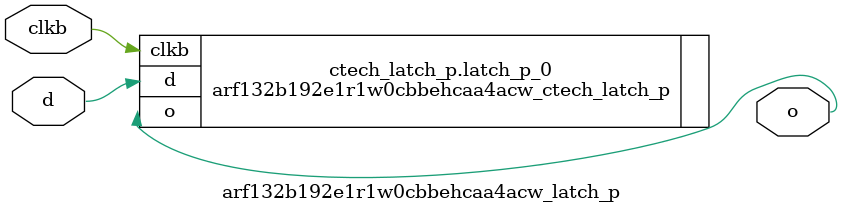
<source format=sv>

`ifndef ARF132B192E1R1W0CBBEHCAA4ACW_LATCH_P_SV
`define ARF132B192E1R1W0CBBEHCAA4ACW_LATCH_P_SV

module arf132b192e1r1w0cbbehcaa4acw_latch_p #
(
  parameter CTECH = 1
)
(
  output logic o,
  input  logic d,
  input  logic clkb
);

  if (CTECH == 1) begin: ctech_latch_p
    arf132b192e1r1w0cbbehcaa4acw_ctech_latch_p latch_p_0 (.o(o),.d(d),.clkb(clkb));
  end
  else begin
    always_latch begin
      if (~clkb) begin
        o <= d;
      end
    end
  end

endmodule // arf132b192e1r1w0cbbehcaa4acw_latch_p

`endif // ARF132B192E1R1W0CBBEHCAA4ACW_LATCH_P_SV
</source>
